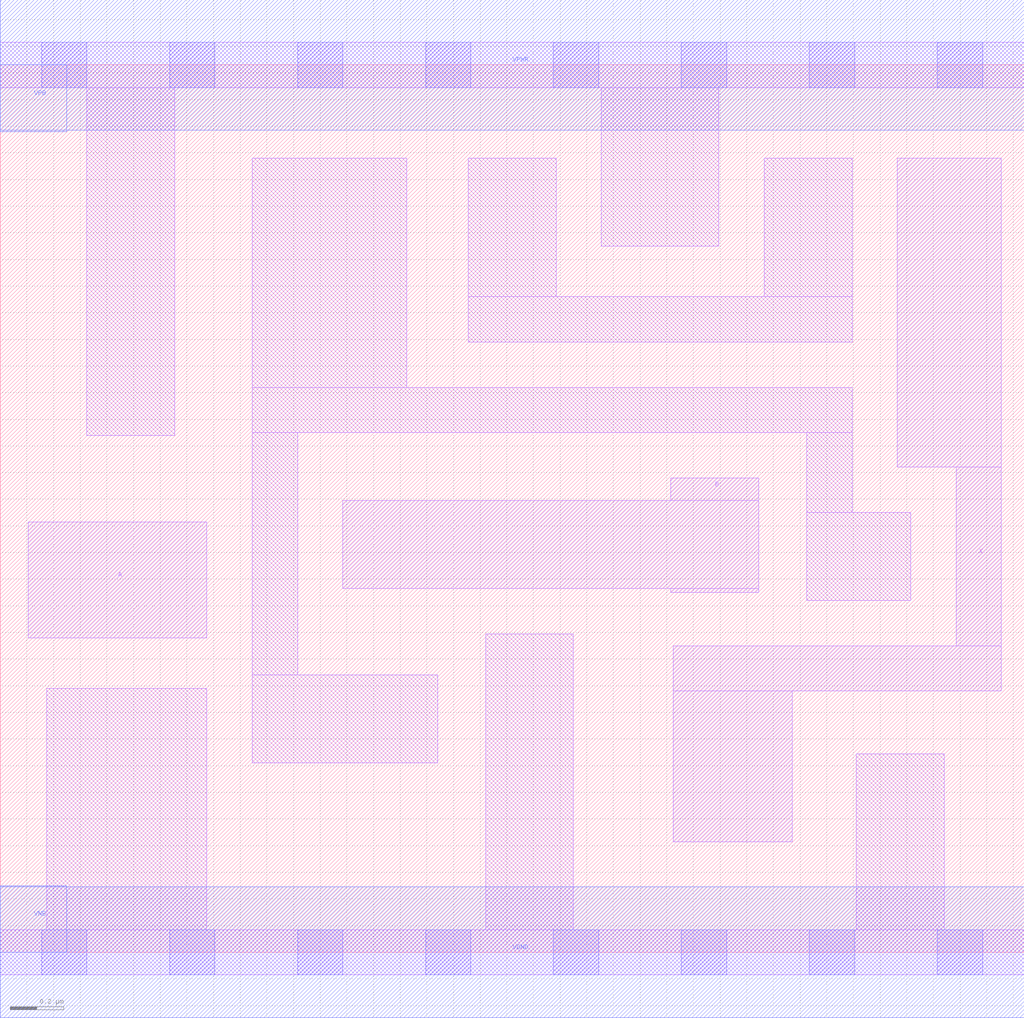
<source format=lef>
# Copyright 2020 The SkyWater PDK Authors
#
# Licensed under the Apache License, Version 2.0 (the "License");
# you may not use this file except in compliance with the License.
# You may obtain a copy of the License at
#
#     https://www.apache.org/licenses/LICENSE-2.0
#
# Unless required by applicable law or agreed to in writing, software
# distributed under the License is distributed on an "AS IS" BASIS,
# WITHOUT WARRANTIES OR CONDITIONS OF ANY KIND, either express or implied.
# See the License for the specific language governing permissions and
# limitations under the License.
#
# SPDX-License-Identifier: Apache-2.0

VERSION 5.5 ;
NAMESCASESENSITIVE ON ;
BUSBITCHARS "[]" ;
DIVIDERCHAR "/" ;
MACRO sky130_fd_sc_ms__xor2_1
  CLASS CORE ;
  SOURCE USER ;
  ORIGIN  0.000000  0.000000 ;
  SIZE  3.840000 BY  3.330000 ;
  SYMMETRY X Y ;
  SITE unit ;
  PIN A
    ANTENNAGATEAREA  0.512000 ;
    DIRECTION INPUT ;
    USE SIGNAL ;
    PORT
      LAYER li1 ;
        RECT 0.105000 1.180000 0.775000 1.615000 ;
    END
  END A
  PIN B
    ANTENNAGATEAREA  0.512000 ;
    DIRECTION INPUT ;
    USE SIGNAL ;
    PORT
      LAYER li1 ;
        RECT 1.285000 1.365000 2.845000 1.695000 ;
        RECT 2.515000 1.350000 2.845000 1.365000 ;
        RECT 2.515000 1.695000 2.845000 1.780000 ;
    END
  END B
  PIN X
    ANTENNADIFFAREA  0.697200 ;
    DIRECTION OUTPUT ;
    USE SIGNAL ;
    PORT
      LAYER li1 ;
        RECT 2.525000 0.415000 2.970000 0.980000 ;
        RECT 2.525000 0.980000 3.755000 1.150000 ;
        RECT 3.365000 1.820000 3.755000 2.980000 ;
        RECT 3.585000 1.150000 3.755000 1.820000 ;
    END
  END X
  PIN VGND
    DIRECTION INOUT ;
    USE GROUND ;
    PORT
      LAYER met1 ;
        RECT 0.000000 -0.245000 3.840000 0.245000 ;
    END
  END VGND
  PIN VNB
    DIRECTION INOUT ;
    USE GROUND ;
    PORT
    END
  END VNB
  PIN VPB
    DIRECTION INOUT ;
    USE POWER ;
    PORT
    END
  END VPB
  PIN VNB
    DIRECTION INOUT ;
    USE GROUND ;
    PORT
      LAYER met1 ;
        RECT 0.000000 0.000000 0.250000 0.250000 ;
    END
  END VNB
  PIN VPB
    DIRECTION INOUT ;
    USE POWER ;
    PORT
      LAYER met1 ;
        RECT 0.000000 3.080000 0.250000 3.330000 ;
    END
  END VPB
  PIN VPWR
    DIRECTION INOUT ;
    USE POWER ;
    PORT
      LAYER met1 ;
        RECT 0.000000 3.085000 3.840000 3.575000 ;
    END
  END VPWR
  OBS
    LAYER li1 ;
      RECT 0.000000 -0.085000 3.840000 0.085000 ;
      RECT 0.000000  3.245000 3.840000 3.415000 ;
      RECT 0.175000  0.085000 0.775000 0.990000 ;
      RECT 0.325000  1.940000 0.655000 3.245000 ;
      RECT 0.945000  0.710000 1.640000 1.040000 ;
      RECT 0.945000  1.040000 1.115000 1.950000 ;
      RECT 0.945000  1.950000 3.195000 2.120000 ;
      RECT 0.945000  2.120000 1.525000 2.980000 ;
      RECT 1.755000  2.290000 3.195000 2.460000 ;
      RECT 1.755000  2.460000 2.085000 2.980000 ;
      RECT 1.820000  0.085000 2.150000 1.195000 ;
      RECT 2.255000  2.650000 2.695000 3.245000 ;
      RECT 2.865000  2.460000 3.195000 2.980000 ;
      RECT 3.025000  1.320000 3.415000 1.650000 ;
      RECT 3.025000  1.650000 3.195000 1.950000 ;
      RECT 3.210000  0.085000 3.540000 0.745000 ;
    LAYER mcon ;
      RECT 0.155000 -0.085000 0.325000 0.085000 ;
      RECT 0.155000  3.245000 0.325000 3.415000 ;
      RECT 0.635000 -0.085000 0.805000 0.085000 ;
      RECT 0.635000  3.245000 0.805000 3.415000 ;
      RECT 1.115000 -0.085000 1.285000 0.085000 ;
      RECT 1.115000  3.245000 1.285000 3.415000 ;
      RECT 1.595000 -0.085000 1.765000 0.085000 ;
      RECT 1.595000  3.245000 1.765000 3.415000 ;
      RECT 2.075000 -0.085000 2.245000 0.085000 ;
      RECT 2.075000  3.245000 2.245000 3.415000 ;
      RECT 2.555000 -0.085000 2.725000 0.085000 ;
      RECT 2.555000  3.245000 2.725000 3.415000 ;
      RECT 3.035000 -0.085000 3.205000 0.085000 ;
      RECT 3.035000  3.245000 3.205000 3.415000 ;
      RECT 3.515000 -0.085000 3.685000 0.085000 ;
      RECT 3.515000  3.245000 3.685000 3.415000 ;
  END
END sky130_fd_sc_ms__xor2_1
END LIBRARY

</source>
